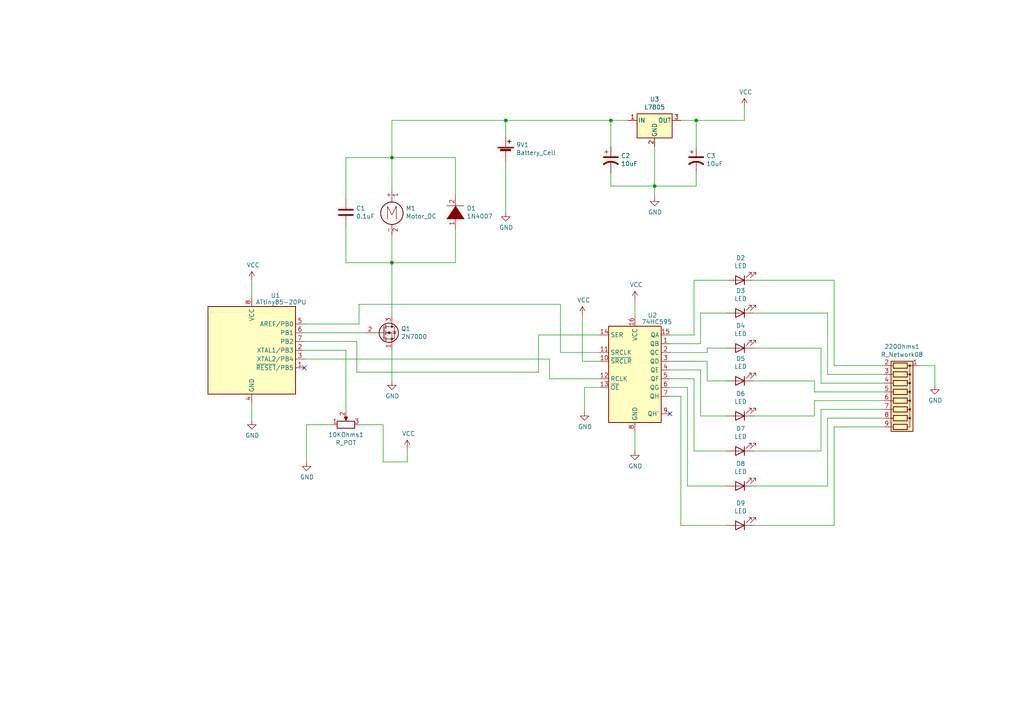
<source format=kicad_sch>
(kicad_sch (version 20211123) (generator eeschema)
  (paper "A4")
  (lib_symbols
    (symbol "74xx:74HC595"
      (property "Reference" "U" (at -7.62 13.97 0))
      (property "Value" "74HC595" (at -7.62 -16.51 0))
      (symbol "74HC595_1_0"
        (pin tri_state line (at 10.16 7.62 180) (length 2.54) (name "QB") (number "1"))
        (pin input line (at -10.16 2.54 0) (length 2.54) (name "~{SRCLR}") (number "10"))
        (pin input line (at -10.16 5.08 0) (length 2.54) (name "SRCLK") (number "11"))
        (pin input line (at -10.16 -2.54 0) (length 2.54) (name "RCLK") (number "12"))
        (pin input line (at -10.16 -5.08 0) (length 2.54) (name "~{OE}") (number "13"))
        (pin input line (at -10.16 10.16 0) (length 2.54) (name "SER") (number "14"))
        (pin tri_state line (at 10.16 10.16 180) (length 2.54) (name "QA") (number "15"))
        (pin power_in line (at 0 15.24 270) (length 2.54) (name "VCC") (number "16"))
        (pin tri_state line (at 10.16 5.08 180) (length 2.54) (name "QC") (number "2"))
        (pin tri_state line (at 10.16 2.54 180) (length 2.54) (name "QD") (number "3"))
        (pin tri_state line (at 10.16 0 180) (length 2.54) (name "QE") (number "4"))
        (pin tri_state line (at 10.16 -2.54 180) (length 2.54) (name "QF") (number "5"))
        (pin tri_state line (at 10.16 -5.08 180) (length 2.54) (name "QG") (number "6"))
        (pin tri_state line (at 10.16 -7.62 180) (length 2.54) (name "QH") (number "7"))
        (pin power_in line (at 0 -17.78 90) (length 2.54) (name "GND") (number "8"))
        (pin output line (at 10.16 -12.7 180) (length 2.54) (name "QH'") (number "9"))
      )
      (symbol "74HC595_1_1"
        (rectangle (start -7.62 12.7) (end 7.62 -15.24) (stroke (width 0.254)) (fill (type background)))
      )
    )
    (symbol "ATtiny85-Motor-Circuit-rescue:ATtiny85-20PU-MCU_Microchip_ATtiny"
      (property "Reference" "U" (at -12.7 13.97 0))
      (property "Value" "ATtiny85-20PU-MCU_Microchip_ATtiny" (at 2.54 -13.97 0))
      (symbol "ATtiny85-20PU-MCU_Microchip_ATtiny_0_1"
        (rectangle (start -12.7 -12.7) (end 12.7 12.7) (stroke (width 0.254)) (fill (type background)))
      )
      (symbol "ATtiny85-20PU-MCU_Microchip_ATtiny_1_1"
        (pin bidirectional line (at 15.24 -5.08 180) (length 2.54) (name "~{RESET}/PB5") (number "1"))
        (pin bidirectional line (at 15.24 0 180) (length 2.54) (name "XTAL1/PB3") (number "2"))
        (pin bidirectional line (at 15.24 -2.54 180) (length 2.54) (name "XTAL2/PB4") (number "3"))
        (pin power_in line (at 0 -15.24 90) (length 2.54) (name "GND") (number "4"))
        (pin bidirectional line (at 15.24 7.62 180) (length 2.54) (name "AREF/PB0") (number "5"))
        (pin bidirectional line (at 15.24 5.08 180) (length 2.54) (name "PB1") (number "6"))
        (pin bidirectional line (at 15.24 2.54 180) (length 2.54) (name "PB2") (number "7"))
        (pin power_in line (at 0 15.24 270) (length 2.54) (name "VCC") (number "8"))
      )
    )
    (symbol "ATtiny85-Motor-Circuit-rescue:CP1-Device" (pin_numbers hide) (pin_names (offset 0.254) hide)
      (property "Reference" "C" (at 0.635 2.54 0))
      (property "Value" "CP1-Device" (at 0.635 -2.54 0))
      (symbol "CP1-Device_0_1"
        (polyline (pts (xy -2.032 0.762) (xy 2.032 0.762)) (stroke (width 0.508)))
        (polyline (pts (xy -1.778 2.286) (xy -0.762 2.286)))
        (polyline (pts (xy -1.27 1.778) (xy -1.27 2.794)))
        (arc (start 2.032 -1.27) (mid 0 -0.5572) (end -2.032 -1.27) (stroke (width 0.508)))
      )
      (symbol "CP1-Device_1_1"
        (pin passive line (at 0 3.81 270) (length 2.794) (name "~") (number "1"))
        (pin passive line (at 0 -3.81 90) (length 3.302) (name "~") (number "2"))
      )
    )
    (symbol "ATtiny85-Motor-Circuit-rescue:R_POT-Device" (pin_names (offset 1.016) hide)
      (property "Reference" "RV" (at -4.445 0 90))
      (property "Value" "R_POT-Device" (at -2.54 0 90))
      (symbol "R_POT-Device_0_1"
        (polyline (pts (xy 2.54 0) (xy 1.524 0)))
        (polyline (pts (xy 1.143 0) (xy 2.286 0.508) (xy 2.286 -0.508) (xy 1.143 0)) (fill (type outline)))
        (rectangle (start 1.016 2.54) (end -1.016 -2.54) (stroke (width 0.254)))
      )
      (symbol "R_POT-Device_1_1"
        (pin passive line (at 0 3.81 270) (length 1.27) (name "1") (number "1"))
        (pin passive line (at 3.81 0 180) (length 1.27) (name "2") (number "2"))
        (pin passive line (at 0 -3.81 90) (length 1.27) (name "3") (number "3"))
      )
    )
    (symbol "Device:Battery_Cell" (pin_numbers hide) (pin_names (offset 0) hide)
      (property "Reference" "BT" (at 2.54 2.54 0))
      (property "Value" "Battery_Cell" (at 2.54 0 0))
      (symbol "Battery_Cell_0_1"
        (rectangle (start -2.286 1.778) (end 2.286 1.524) (fill (type outline)))
        (rectangle (start -1.5748 1.1938) (end 1.4732 0.6858) (fill (type outline)))
        (polyline (pts (xy 0 0.762) (xy 0 0)))
        (polyline (pts (xy 0 1.778) (xy 0 2.54)))
        (polyline (pts (xy 0.508 3.429) (xy 1.524 3.429)) (stroke (width 0.254)))
        (polyline (pts (xy 1.016 3.937) (xy 1.016 2.921)) (stroke (width 0.254)))
      )
      (symbol "Battery_Cell_1_1"
        (pin passive line (at 0 5.08 270) (length 2.54) (name "+") (number "1"))
        (pin passive line (at 0 -2.54 90) (length 2.54) (name "-") (number "2"))
      )
    )
    (symbol "Device:C" (pin_numbers hide) (pin_names (offset 0.254))
      (property "Reference" "C" (at 0.635 2.54 0))
      (property "Value" "C" (at 0.635 -2.54 0))
      (symbol "C_0_1"
        (polyline (pts (xy -2.032 -0.762) (xy 2.032 -0.762)) (stroke (width 0.508)))
        (polyline (pts (xy -2.032 0.762) (xy 2.032 0.762)) (stroke (width 0.508)))
      )
      (symbol "C_1_1"
        (pin passive line (at 0 3.81 270) (length 2.794) (name "~") (number "1"))
        (pin passive line (at 0 -3.81 90) (length 2.794) (name "~") (number "2"))
      )
    )
    (symbol "Device:LED" (pin_numbers hide) (pin_names (offset 1.016) hide)
      (property "Reference" "D" (at 0 2.54 0))
      (property "Value" "LED" (at 0 -2.54 0))
      (symbol "LED_0_1"
        (polyline (pts (xy -1.27 -1.27) (xy -1.27 1.27)) (stroke (width 0.254)))
        (polyline (pts (xy -1.27 0) (xy 1.27 0)))
        (polyline (pts (xy 1.27 -1.27) (xy 1.27 1.27) (xy -1.27 0) (xy 1.27 -1.27)) (stroke (width 0.254)))
        (polyline (pts (xy -3.048 -0.762) (xy -4.572 -2.286) (xy -3.81 -2.286) (xy -4.572 -2.286) (xy -4.572 -1.524)))
        (polyline (pts (xy -1.778 -0.762) (xy -3.302 -2.286) (xy -2.54 -2.286) (xy -3.302 -2.286) (xy -3.302 -1.524)))
      )
      (symbol "LED_1_1"
        (pin passive line (at -3.81 0 0) (length 2.54) (name "K") (number "1"))
        (pin passive line (at 3.81 0 180) (length 2.54) (name "A") (number "2"))
      )
    )
    (symbol "Device:R_Network08" (pin_names (offset 0) hide)
      (property "Reference" "RN" (at -12.7 0 90))
      (property "Value" "R_Network08" (at 10.16 0 90))
      (symbol "R_Network08_0_1"
        (rectangle (start -11.43 -3.175) (end 8.89 3.175) (stroke (width 0.254)) (fill (type background)))
        (rectangle (start -10.922 1.524) (end -9.398 -2.54) (stroke (width 0.254)))
        (circle (center -10.16 2.286) (radius 0.254) (fill (type outline)))
        (rectangle (start -8.382 1.524) (end -6.858 -2.54) (stroke (width 0.254)))
        (circle (center -7.62 2.286) (radius 0.254) (fill (type outline)))
        (rectangle (start -5.842 1.524) (end -4.318 -2.54) (stroke (width 0.254)))
        (circle (center -5.08 2.286) (radius 0.254) (fill (type outline)))
        (rectangle (start -3.302 1.524) (end -1.778 -2.54) (stroke (width 0.254)))
        (circle (center -2.54 2.286) (radius 0.254) (fill (type outline)))
        (rectangle (start -0.762 1.524) (end 0.762 -2.54) (stroke (width 0.254)))
        (polyline (pts (xy -10.16 -2.54) (xy -10.16 -3.81)))
        (polyline (pts (xy -7.62 -2.54) (xy -7.62 -3.81)))
        (polyline (pts (xy -5.08 -2.54) (xy -5.08 -3.81)))
        (polyline (pts (xy -2.54 -2.54) (xy -2.54 -3.81)))
        (polyline (pts (xy 0 -2.54) (xy 0 -3.81)))
        (polyline (pts (xy 2.54 -2.54) (xy 2.54 -3.81)))
        (polyline (pts (xy 5.08 -2.54) (xy 5.08 -3.81)))
        (polyline (pts (xy 7.62 -2.54) (xy 7.62 -3.81)))
        (polyline (pts (xy -10.16 1.524) (xy -10.16 2.286) (xy -7.62 2.286) (xy -7.62 1.524)))
        (polyline (pts (xy -7.62 1.524) (xy -7.62 2.286) (xy -5.08 2.286) (xy -5.08 1.524)))
        (polyline (pts (xy -5.08 1.524) (xy -5.08 2.286) (xy -2.54 2.286) (xy -2.54 1.524)))
        (polyline (pts (xy -2.54 1.524) (xy -2.54 2.286) (xy 0 2.286) (xy 0 1.524)))
        (polyline (pts (xy 0 1.524) (xy 0 2.286) (xy 2.54 2.286) (xy 2.54 1.524)))
        (polyline (pts (xy 2.54 1.524) (xy 2.54 2.286) (xy 5.08 2.286) (xy 5.08 1.524)))
        (polyline (pts (xy 5.08 1.524) (xy 5.08 2.286) (xy 7.62 2.286) (xy 7.62 1.524)))
        (circle (center 0 2.286) (radius 0.254) (fill (type outline)))
        (rectangle (start 1.778 1.524) (end 3.302 -2.54) (stroke (width 0.254)))
        (circle (center 2.54 2.286) (radius 0.254) (fill (type outline)))
        (rectangle (start 4.318 1.524) (end 5.842 -2.54) (stroke (width 0.254)))
        (circle (center 5.08 2.286) (radius 0.254) (fill (type outline)))
        (rectangle (start 6.858 1.524) (end 8.382 -2.54) (stroke (width 0.254)))
      )
      (symbol "R_Network08_1_1"
        (pin passive line (at -10.16 5.08 270) (length 2.54) (name "common") (number "1"))
        (pin passive line (at -10.16 -5.08 90) (length 1.27) (name "R1") (number "2"))
        (pin passive line (at -7.62 -5.08 90) (length 1.27) (name "R2") (number "3"))
        (pin passive line (at -5.08 -5.08 90) (length 1.27) (name "R3") (number "4"))
        (pin passive line (at -2.54 -5.08 90) (length 1.27) (name "R4") (number "5"))
        (pin passive line (at 0 -5.08 90) (length 1.27) (name "R5") (number "6"))
        (pin passive line (at 2.54 -5.08 90) (length 1.27) (name "R6") (number "7"))
        (pin passive line (at 5.08 -5.08 90) (length 1.27) (name "R7") (number "8"))
        (pin passive line (at 7.62 -5.08 90) (length 1.27) (name "R8") (number "9"))
      )
    )
    (symbol "Motor:Motor_DC" (pin_names (offset 0))
      (property "Reference" "M" (at 2.54 2.54 0))
      (property "Value" "Motor_DC" (at 2.54 -5.08 0))
      (symbol "Motor_DC_0_0"
        (polyline (pts (xy -1.27 -3.302) (xy -1.27 0.508) (xy 0 -2.032) (xy 1.27 0.508) (xy 1.27 -3.302)))
      )
      (symbol "Motor_DC_0_1"
        (circle (center 0 -1.524) (radius 3.2512) (stroke (width 0.254)))
        (polyline (pts (xy 0 -7.62) (xy 0 -7.112)))
        (polyline (pts (xy 0 -4.7752) (xy 0 -5.1816)))
        (polyline (pts (xy 0 1.7272) (xy 0 2.0828)))
        (polyline (pts (xy 0 2.032) (xy 0 2.54)))
      )
      (symbol "Motor_DC_1_1"
        (pin passive line (at 0 5.08 270) (length 2.54) (name "+") (number "1"))
        (pin passive line (at 0 -7.62 90) (length 2.54) (name "-") (number "2"))
      )
    )
    (symbol "Regulator_Linear:L7805" (pin_names (offset 0.254))
      (property "Reference" "U" (at -3.81 3.175 0))
      (property "Value" "L7805" (at 0 3.175 0))
      (symbol "L7805_0_1"
        (rectangle (start -5.08 1.905) (end 5.08 -5.08) (stroke (width 0.254)) (fill (type background)))
      )
      (symbol "L7805_1_1"
        (pin power_in line (at -7.62 0 0) (length 2.54) (name "IN") (number "1"))
        (pin power_in line (at 0 -7.62 90) (length 2.54) (name "GND") (number "2"))
        (pin power_out line (at 7.62 0 180) (length 2.54) (name "OUT") (number "3"))
      )
    )
    (symbol "Transistor_FET:2N7000" (pin_names hide)
      (property "Reference" "Q" (at 5.08 1.905 0))
      (property "Value" "2N7000" (at 5.08 0 0))
      (symbol "2N7000_0_1"
        (polyline (pts (xy 0.254 0) (xy -2.54 0)))
        (polyline (pts (xy 0.254 1.905) (xy 0.254 -1.905)) (stroke (width 0.254)))
        (polyline (pts (xy 0.762 -1.27) (xy 0.762 -2.286)) (stroke (width 0.254)))
        (polyline (pts (xy 0.762 0.508) (xy 0.762 -0.508)) (stroke (width 0.254)))
        (polyline (pts (xy 0.762 2.286) (xy 0.762 1.27)) (stroke (width 0.254)))
        (polyline (pts (xy 2.54 2.54) (xy 2.54 1.778)))
        (polyline (pts (xy 2.54 -2.54) (xy 2.54 0) (xy 0.762 0)))
        (polyline (pts (xy 0.762 -1.778) (xy 3.302 -1.778) (xy 3.302 1.778) (xy 0.762 1.778)))
        (polyline (pts (xy 1.016 0) (xy 2.032 0.381) (xy 2.032 -0.381) (xy 1.016 0)) (fill (type outline)))
        (polyline (pts (xy 2.794 0.508) (xy 2.921 0.381) (xy 3.683 0.381) (xy 3.81 0.254)))
        (polyline (pts (xy 3.302 0.381) (xy 2.921 -0.254) (xy 3.683 -0.254) (xy 3.302 0.381)))
        (circle (center 1.651 0) (radius 2.794) (stroke (width 0.254)))
        (circle (center 2.54 -1.778) (radius 0.254) (fill (type outline)))
        (circle (center 2.54 1.778) (radius 0.254) (fill (type outline)))
      )
      (symbol "2N7000_1_1"
        (pin passive line (at 2.54 -5.08 90) (length 2.54) (name "S") (number "1"))
        (pin input line (at -5.08 0 0) (length 2.54) (name "G") (number "2"))
        (pin passive line (at 2.54 5.08 270) (length 2.54) (name "D") (number "3"))
      )
    )
    (symbol "power:GND" (power) (pin_names (offset 0))
      (property "Value" "GND" (at 0 -3.81 0))
      (symbol "GND_0_1"
        (polyline (pts (xy 0 0) (xy 0 -1.27) (xy 1.27 -1.27) (xy 0 -2.54) (xy -1.27 -1.27) (xy 0 -1.27)))
      )
      (symbol "GND_1_1"
        (pin power_in line (at 0 0 270) (length 0) hide (name "GND") (number "1"))
      )
    )
    (symbol "power:VCC" (power) (pin_names (offset 0))
      (property "Value" "VCC" (at 0 3.81 0))
      (symbol "VCC_0_1"
        (polyline (pts (xy -0.762 1.27) (xy 0 2.54)))
        (polyline (pts (xy 0 0) (xy 0 2.54)))
        (polyline (pts (xy 0 2.54) (xy 0.762 1.27)))
      )
      (symbol "VCC_1_1"
        (pin power_in line (at 0 0 90) (length 0) hide (name "VCC") (number "1"))
      )
    )
    (symbol "pspice:DIODE" (pin_names (offset 1.016) hide)
      (property "Reference" "D" (at 0 3.81 0))
      (property "Value" "DIODE" (at 0 -4.445 0))
      (symbol "DIODE_0_1"
        (polyline (pts (xy 1.905 2.54) (xy 1.905 -2.54)))
        (polyline (pts (xy -1.905 2.54) (xy -1.905 -2.54) (xy 1.905 0)) (fill (type outline)))
      )
      (symbol "DIODE_1_1"
        (pin input line (at -5.08 0 0) (length 3.81) (name "K") (number "1"))
        (pin input line (at 5.08 0 180) (length 3.81) (name "A") (number "2"))
      )
    )
  )
  (junction (at 177.165 34.925))
  (junction (at 189.865 53.975))
  (junction (at 201.93 34.925))
  (junction (at 113.665 76.2))
  (junction (at 113.665 45.72))
  (junction (at 146.685 34.925))
  (no_connect (at 194.31 120.015))
  (no_connect (at 88.265 106.68))
  (wire (pts (xy 88.265 96.52) (xy 106.045 96.52)))
  (wire (pts (xy 271.145 106.045) (xy 271.145 111.76)))
  (wire (pts (xy 240.03 121.285) (xy 256.54 121.285)))
  (wire (pts (xy 169.545 112.395) (xy 169.545 119.38)))
  (wire (pts (xy 189.865 53.975) (xy 201.93 53.975)))
  (wire (pts (xy 73.025 116.84) (xy 73.025 121.92)))
  (wire (pts (xy 100.33 101.6) (xy 100.33 119.38)))
  (wire (pts (xy 100.33 45.72) (xy 100.33 57.785)))
  (wire (pts (xy 113.665 45.72) (xy 113.665 55.245)))
  (wire (pts (xy 218.44 90.805) (xy 240.03 90.805)))
  (wire (pts (xy 113.665 67.945) (xy 113.665 76.2)))
  (wire (pts (xy 146.685 39.37) (xy 146.685 34.925)))
  (wire (pts (xy 184.15 92.075) (xy 184.15 86.995)))
  (wire (pts (xy 238.125 130.81) (xy 238.125 118.745)))
  (wire (pts (xy 189.865 42.545) (xy 189.865 53.975)))
  (wire (pts (xy 189.865 53.975) (xy 189.865 57.15)))
  (wire (pts (xy 194.31 104.775) (xy 205.105 104.775)))
  (wire (pts (xy 104.14 88.265) (xy 162.56 88.265)))
  (wire (pts (xy 177.165 50.165) (xy 177.165 53.975)))
  (wire (pts (xy 205.105 100.965) (xy 210.82 100.965)))
  (wire (pts (xy 236.22 110.49) (xy 236.22 113.665)))
  (wire (pts (xy 218.44 130.81) (xy 238.125 130.81)))
  (wire (pts (xy 203.2 107.315) (xy 203.2 120.65)))
  (wire (pts (xy 238.125 111.125) (xy 256.54 111.125)))
  (wire (pts (xy 218.44 152.4) (xy 241.935 152.4)))
  (wire (pts (xy 203.2 120.65) (xy 210.82 120.65)))
  (wire (pts (xy 88.265 99.06) (xy 103.505 99.06)))
  (wire (pts (xy 194.31 102.235) (xy 205.105 102.235)))
  (wire (pts (xy 88.265 101.6) (xy 100.33 101.6)))
  (wire (pts (xy 215.9 34.925) (xy 215.9 31.115)))
  (wire (pts (xy 113.665 76.2) (xy 132.08 76.2)))
  (wire (pts (xy 132.08 76.2) (xy 132.08 66.675)))
  (wire (pts (xy 266.7 106.045) (xy 271.145 106.045)))
  (wire (pts (xy 203.2 99.695) (xy 203.2 90.805)))
  (wire (pts (xy 238.125 100.965) (xy 238.125 111.125)))
  (wire (pts (xy 240.03 90.805) (xy 240.03 108.585)))
  (wire (pts (xy 146.685 34.925) (xy 177.165 34.925)))
  (wire (pts (xy 73.025 81.28) (xy 73.025 86.36)))
  (wire (pts (xy 113.665 91.44) (xy 113.665 76.2)))
  (wire (pts (xy 146.685 46.99) (xy 146.685 61.595)))
  (wire (pts (xy 218.44 81.28) (xy 241.935 81.28)))
  (wire (pts (xy 201.93 53.975) (xy 201.93 50.165)))
  (wire (pts (xy 241.935 123.825) (xy 256.54 123.825)))
  (wire (pts (xy 194.31 107.315) (xy 203.2 107.315)))
  (wire (pts (xy 240.03 140.97) (xy 240.03 121.285)))
  (wire (pts (xy 241.935 152.4) (xy 241.935 123.825)))
  (wire (pts (xy 201.295 97.155) (xy 201.295 81.28)))
  (wire (pts (xy 156.21 107.95) (xy 156.21 97.155)))
  (wire (pts (xy 146.685 34.925) (xy 113.665 34.925)))
  (wire (pts (xy 197.485 114.935) (xy 197.485 152.4)))
  (wire (pts (xy 104.14 93.98) (xy 104.14 88.265)))
  (wire (pts (xy 218.44 100.965) (xy 238.125 100.965)))
  (wire (pts (xy 182.245 34.925) (xy 177.165 34.925)))
  (wire (pts (xy 88.9 123.19) (xy 88.9 133.985)))
  (wire (pts (xy 162.56 88.265) (xy 162.56 102.235)))
  (wire (pts (xy 194.31 114.935) (xy 197.485 114.935)))
  (wire (pts (xy 199.39 112.395) (xy 199.39 140.97)))
  (wire (pts (xy 236.22 116.205) (xy 256.54 116.205)))
  (wire (pts (xy 162.56 102.235) (xy 173.99 102.235)))
  (wire (pts (xy 173.99 112.395) (xy 169.545 112.395)))
  (wire (pts (xy 218.44 110.49) (xy 236.22 110.49)))
  (wire (pts (xy 201.93 34.925) (xy 215.9 34.925)))
  (wire (pts (xy 88.265 93.98) (xy 104.14 93.98)))
  (wire (pts (xy 194.31 112.395) (xy 199.39 112.395)))
  (wire (pts (xy 177.165 34.925) (xy 177.165 42.545)))
  (wire (pts (xy 113.665 101.6) (xy 113.665 110.49)))
  (wire (pts (xy 132.08 56.515) (xy 132.08 45.72)))
  (wire (pts (xy 132.08 45.72) (xy 113.665 45.72)))
  (wire (pts (xy 184.15 125.095) (xy 184.15 130.81)))
  (wire (pts (xy 218.44 120.65) (xy 236.22 120.65)))
  (wire (pts (xy 111.125 123.19) (xy 111.125 133.985)))
  (wire (pts (xy 197.485 152.4) (xy 210.82 152.4)))
  (wire (pts (xy 201.93 34.925) (xy 197.485 34.925)))
  (wire (pts (xy 205.105 110.49) (xy 210.82 110.49)))
  (wire (pts (xy 236.22 120.65) (xy 236.22 116.205)))
  (wire (pts (xy 194.31 97.155) (xy 201.295 97.155)))
  (wire (pts (xy 205.105 102.235) (xy 205.105 100.965)))
  (wire (pts (xy 201.295 130.81) (xy 210.82 130.81)))
  (wire (pts (xy 159.385 104.14) (xy 159.385 109.855)))
  (wire (pts (xy 241.935 106.045) (xy 256.54 106.045)))
  (wire (pts (xy 100.33 65.405) (xy 100.33 76.2)))
  (wire (pts (xy 103.505 107.95) (xy 156.21 107.95)))
  (wire (pts (xy 201.93 42.545) (xy 201.93 34.925)))
  (wire (pts (xy 201.295 81.28) (xy 210.82 81.28)))
  (wire (pts (xy 113.665 34.925) (xy 113.665 45.72)))
  (wire (pts (xy 113.665 45.72) (xy 100.33 45.72)))
  (wire (pts (xy 194.31 109.855) (xy 201.295 109.855)))
  (wire (pts (xy 96.52 123.19) (xy 88.9 123.19)))
  (wire (pts (xy 201.295 109.855) (xy 201.295 130.81)))
  (wire (pts (xy 218.44 140.97) (xy 240.03 140.97)))
  (wire (pts (xy 240.03 108.585) (xy 256.54 108.585)))
  (wire (pts (xy 241.935 81.28) (xy 241.935 106.045)))
  (wire (pts (xy 118.11 130.175) (xy 118.11 133.985)))
  (wire (pts (xy 199.39 140.97) (xy 210.82 140.97)))
  (wire (pts (xy 173.99 104.775) (xy 168.91 104.775)))
  (wire (pts (xy 104.14 123.19) (xy 111.125 123.19)))
  (wire (pts (xy 118.11 133.985) (xy 111.125 133.985)))
  (wire (pts (xy 205.105 104.775) (xy 205.105 110.49)))
  (wire (pts (xy 88.265 104.14) (xy 159.385 104.14)))
  (wire (pts (xy 236.22 113.665) (xy 256.54 113.665)))
  (wire (pts (xy 238.125 118.745) (xy 256.54 118.745)))
  (wire (pts (xy 168.91 104.775) (xy 168.91 91.44)))
  (wire (pts (xy 156.21 97.155) (xy 173.99 97.155)))
  (wire (pts (xy 177.165 53.975) (xy 189.865 53.975)))
  (wire (pts (xy 203.2 90.805) (xy 210.82 90.805)))
  (wire (pts (xy 103.505 99.06) (xy 103.505 107.95)))
  (wire (pts (xy 100.33 76.2) (xy 113.665 76.2)))
  (wire (pts (xy 159.385 109.855) (xy 173.99 109.855)))
  (wire (pts (xy 194.31 99.695) (xy 203.2 99.695)))
  (symbol (lib_id "Motor:Motor_DC") (at 113.665 60.325 0) (unit 1)
    (property "Reference" "M1" (at 117.6782 60.4266 0) (effects (justify left)))
    (property "Value" "Motor_DC" (at 117.6782 62.738 0) (effects (justify left)))
    (property "Footprint" "TerminalBlock:TerminalBlock_bornier-2_P5.08mm" (effects hide))
  )
  (symbol (lib_id "Device:C") (at 100.33 61.595 0) (unit 1)
    (property "Reference" "C1" (at 103.251 60.4266 0) (effects (justify left)))
    (property "Value" "0.1uF" (at 103.251 62.738 0) (effects (justify left)))
    (property "Footprint" "Capacitor_THT:C_Disc_D4.3mm_W1.9mm_P5.00mm" (effects hide))
  )
  (symbol (lib_id "pspice:DIODE") (at 132.08 61.595 90) (unit 1)
    (property "Reference" "D1" (at 135.3312 60.4266 90) (effects (justify right)))
    (property "Value" "1N4007" (at 135.3312 62.738 90) (effects (justify right)))
    (property "Footprint" "Diode_THT:D_DO-41_SOD81_P10.16mm_Horizontal" (effects hide))
  )
  (symbol (lib_id "Transistor_FET:2N7000") (at 111.125 96.52 0) (unit 1)
    (property "Reference" "Q1" (at 116.3066 95.3516 0) (effects (justify left)))
    (property "Value" "2N7000" (at 116.3066 97.663 0) (effects (justify left)))
    (property "Footprint" "Package_TO_SOT_THT:TO-92_Inline" (effects hide))
    (property "Datasheet" "https://www.onsemi.com/pub/Collateral/NDS7002A-D.PDF" (effects hide))
  )
  (symbol (lib_id "ATtiny85-Motor-Circuit-rescue:ATtiny85-20PU-MCU_Microchip_ATtiny") (at 73.025 101.6 0) (unit 1)
    (property "Reference" "U1" (at 81.28 85.725 0) (effects (justify right)))
    (property "Value" "ATtiny85-20PU" (at 88.9 87.63 0) (effects (justify right)))
    (property "Footprint" "Package_DIP:DIP-8_W7.62mm_Socket_LongPads" (effects hide))
    (property "Datasheet" "http://ww1.microchip.com/downloads/en/DeviceDoc/atmel-2586-avr-8-bit-microcontroller-attiny25-attiny45-attiny85_datasheet.pdf" (effects hide))
  )
  (symbol (lib_id "power:GND") (at 73.025 121.92 0) (unit 1)
    (property "Reference" "#PWR0101" (effects hide))
    (property "Value" "GND" (at 73.152 126.3142 0))
  )
  (symbol (lib_id "power:VCC") (at 73.025 81.28 0) (unit 1)
    (property "Reference" "#PWR0102" (effects hide))
    (property "Value" "VCC" (at 73.406 76.8858 0))
  )
  (symbol (lib_id "power:GND") (at 113.665 110.49 0) (unit 1)
    (property "Reference" "#PWR0103" (effects hide))
    (property "Value" "GND" (at 113.792 114.8842 0))
  )
  (symbol (lib_id "ATtiny85-Motor-Circuit-rescue:R_POT-Device") (at 100.33 123.19 90) (unit 1)
    (property "Reference" "10KOhms1" (at 100.33 126.111 90))
    (property "Value" "R_POT" (at 100.33 128.4224 90))
    (property "Footprint" "CustomFootprints:Potentiometer_WH148" (effects hide))
  )
  (symbol (lib_id "power:GND") (at 88.9 133.985 0) (unit 1)
    (property "Reference" "#PWR01" (effects hide))
    (property "Value" "GND" (at 89.027 138.3792 0))
  )
  (symbol (lib_id "power:VCC") (at 118.11 130.175 0) (unit 1)
    (property "Reference" "#PWR02" (effects hide))
    (property "Value" "VCC" (at 118.491 125.7808 0))
  )
  (symbol (lib_id "74xx:74HC595") (at 184.15 107.315 0) (unit 1)
    (property "Reference" "U2" (at 189.23 91.44 0))
    (property "Value" "74HC595" (at 190.5 93.345 0))
    (property "Footprint" "Package_DIP:DIP-16_W7.62mm_Socket_LongPads" (effects hide))
    (property "Datasheet" "http://www.ti.com/lit/ds/symlink/sn74hc595.pdf" (effects hide))
  )
  (symbol (lib_id "power:VCC") (at 184.15 86.995 0) (unit 1)
    (property "Reference" "#PWR06" (effects hide))
    (property "Value" "VCC" (at 184.531 82.6008 0))
  )
  (symbol (lib_id "power:GND") (at 184.15 130.81 0) (unit 1)
    (property "Reference" "#PWR07" (effects hide))
    (property "Value" "GND" (at 184.277 135.2042 0))
  )
  (symbol (lib_id "Device:LED") (at 214.63 90.805 180) (unit 1)
    (property "Reference" "D3" (at 214.8078 84.328 0))
    (property "Value" "LED" (at 214.8078 86.6394 0))
    (property "Footprint" "LED_THT:LED_D5.0mm" (effects hide))
  )
  (symbol (lib_id "Device:LED") (at 214.63 81.28 180) (unit 1)
    (property "Reference" "D2" (at 214.8078 74.803 0))
    (property "Value" "LED" (at 214.8078 77.1144 0))
    (property "Footprint" "LED_THT:LED_D5.0mm" (effects hide))
  )
  (symbol (lib_id "Device:LED") (at 214.63 100.965 180) (unit 1)
    (property "Reference" "D4" (at 214.8078 94.488 0))
    (property "Value" "LED" (at 214.8078 96.7994 0))
    (property "Footprint" "LED_THT:LED_D5.0mm" (effects hide))
  )
  (symbol (lib_id "Device:LED") (at 214.63 110.49 180) (unit 1)
    (property "Reference" "D5" (at 214.8078 104.013 0))
    (property "Value" "LED" (at 214.8078 106.3244 0))
    (property "Footprint" "LED_THT:LED_D5.0mm" (effects hide))
  )
  (symbol (lib_id "Device:LED") (at 214.63 120.65 180) (unit 1)
    (property "Reference" "D6" (at 214.8078 114.173 0))
    (property "Value" "LED" (at 214.8078 116.4844 0))
    (property "Footprint" "LED_THT:LED_D5.0mm" (effects hide))
  )
  (symbol (lib_id "Device:LED") (at 214.63 130.81 180) (unit 1)
    (property "Reference" "D7" (at 214.8078 124.333 0))
    (property "Value" "LED" (at 214.8078 126.6444 0))
    (property "Footprint" "LED_THT:LED_D5.0mm" (effects hide))
  )
  (symbol (lib_id "Device:LED") (at 214.63 140.97 180) (unit 1)
    (property "Reference" "D8" (at 214.8078 134.493 0))
    (property "Value" "LED" (at 214.8078 136.8044 0))
    (property "Footprint" "LED_THT:LED_D5.0mm" (effects hide))
  )
  (symbol (lib_id "Device:LED") (at 214.63 152.4 180) (unit 1)
    (property "Reference" "D9" (at 214.8078 145.923 0))
    (property "Value" "LED" (at 214.8078 148.2344 0))
    (property "Footprint" "LED_THT:LED_D5.0mm" (effects hide))
  )
  (symbol (lib_id "power:GND") (at 271.145 111.76 0) (unit 1)
    (property "Reference" "#PWR08" (effects hide))
    (property "Value" "GND" (at 271.272 116.1542 0))
  )
  (symbol (lib_id "Device:R_Network08") (at 261.62 116.205 270) (unit 1)
    (property "Reference" "220Ohms1" (at 261.62 100.5332 90))
    (property "Value" "R_Network08" (at 261.62 102.8446 90))
    (property "Footprint" "Resistor_THT:R_Array_SIP9" (effects hide))
    (property "Datasheet" "http://www.vishay.com/docs/31509/csc.pdf" (effects hide))
  )
  (symbol (lib_id "power:VCC") (at 168.91 91.44 0) (unit 1)
    (property "Reference" "#PWR04" (effects hide))
    (property "Value" "VCC" (at 169.291 87.0458 0))
  )
  (symbol (lib_id "power:GND") (at 169.545 119.38 0) (unit 1)
    (property "Reference" "#PWR05" (effects hide))
    (property "Value" "GND" (at 169.672 123.7742 0))
  )
  (symbol (lib_id "Device:Battery_Cell") (at 146.685 44.45 0) (unit 1)
    (property "Reference" "9V1" (at 149.6822 42.0116 0) (effects (justify left)))
    (property "Value" "Battery_Cell" (at 149.6822 44.323 0) (effects (justify left)))
    (property "Footprint" "Connector_PinHeader_1.00mm:PinHeader_1x02_P1.00mm_Vertical" (effects hide))
  )
  (symbol (lib_id "power:GND") (at 146.685 61.595 0) (unit 1)
    (property "Reference" "#PWR03" (effects hide))
    (property "Value" "GND" (at 146.812 65.9892 0))
  )
  (symbol (lib_id "Regulator_Linear:L7805") (at 189.865 34.925 0) (unit 1)
    (property "Reference" "U3" (at 189.865 28.7782 0))
    (property "Value" "L7805" (at 189.865 31.0896 0))
    (property "Footprint" "Package_TO_SOT_THT:TO-220-3_Horizontal_TabDown" (effects hide))
    (property "Datasheet" "http://www.st.com/content/ccc/resource/technical/document/datasheet/41/4f/b3/b0/12/d4/47/88/CD00000444.pdf/files/CD00000444.pdf/jcr:content/translations/en.CD00000444.pdf" (effects hide))
  )
  (symbol (lib_id "ATtiny85-Motor-Circuit-rescue:CP1-Device") (at 177.165 46.355 0) (unit 1)
    (property "Reference" "C2" (at 180.086 45.1866 0) (effects (justify left)))
    (property "Value" "10uF" (at 180.086 47.498 0) (effects (justify left)))
    (property "Footprint" "Capacitor_THT:CP_Radial_D5.0mm_P2.00mm" (effects hide))
  )
  (symbol (lib_id "ATtiny85-Motor-Circuit-rescue:CP1-Device") (at 201.93 46.355 0) (unit 1)
    (property "Reference" "C3" (at 204.851 45.1866 0) (effects (justify left)))
    (property "Value" "10uF" (at 204.851 47.498 0) (effects (justify left)))
    (property "Footprint" "Capacitor_THT:CP_Radial_D5.0mm_P2.00mm" (effects hide))
  )
  (symbol (lib_id "power:GND") (at 189.865 57.15 0) (unit 1)
    (property "Reference" "#PWR0104" (effects hide))
    (property "Value" "GND" (at 189.992 61.5442 0))
  )
  (symbol (lib_id "power:VCC") (at 215.9 31.115 0) (unit 1)
    (property "Reference" "#PWR0105" (effects hide))
    (property "Value" "VCC" (at 216.281 26.7208 0))
  )
)
</source>
